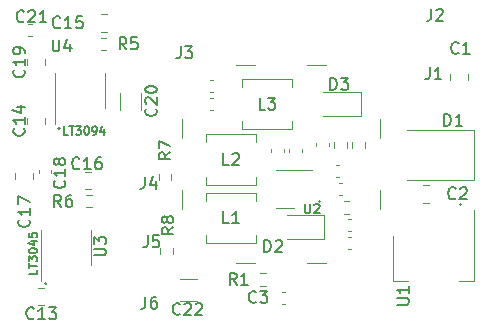
<source format=gbr>
G04 #@! TF.GenerationSoftware,KiCad,Pcbnew,(6.0.9-0)*
G04 #@! TF.CreationDate,2023-07-05T23:25:05+02:00*
G04 #@! TF.ProjectId,dcdc_7909,64636463-5f37-4393-9039-2e6b69636164,2.0*
G04 #@! TF.SameCoordinates,Original*
G04 #@! TF.FileFunction,Legend,Top*
G04 #@! TF.FilePolarity,Positive*
%FSLAX46Y46*%
G04 Gerber Fmt 4.6, Leading zero omitted, Abs format (unit mm)*
G04 Created by KiCad (PCBNEW (6.0.9-0)) date 2023-07-05 23:25:05*
%MOMM*%
%LPD*%
G01*
G04 APERTURE LIST*
%ADD10C,0.146842*%
%ADD11C,0.150000*%
%ADD12C,0.120000*%
G04 APERTURE END LIST*
D10*
X82166221Y-77444600D02*
G75*
G03*
X82166221Y-77444600I-73421J0D01*
G01*
X117294421Y-70739000D02*
G75*
G03*
X117294421Y-70739000I-73421J0D01*
G01*
X83309221Y-64312800D02*
G75*
G03*
X83309221Y-64312800I-73421J0D01*
G01*
X105356421Y-70485000D02*
G75*
G03*
X105356421Y-70485000I-73421J0D01*
G01*
D11*
X83960666Y-64832666D02*
X83627333Y-64832666D01*
X83627333Y-64132666D01*
X84094000Y-64132666D02*
X84494000Y-64132666D01*
X84294000Y-64832666D02*
X84294000Y-64132666D01*
X84660666Y-64132666D02*
X85094000Y-64132666D01*
X84860666Y-64399333D01*
X84960666Y-64399333D01*
X85027333Y-64432666D01*
X85060666Y-64466000D01*
X85094000Y-64532666D01*
X85094000Y-64699333D01*
X85060666Y-64766000D01*
X85027333Y-64799333D01*
X84960666Y-64832666D01*
X84760666Y-64832666D01*
X84694000Y-64799333D01*
X84660666Y-64766000D01*
X85527333Y-64132666D02*
X85594000Y-64132666D01*
X85660666Y-64166000D01*
X85694000Y-64199333D01*
X85727333Y-64266000D01*
X85760666Y-64399333D01*
X85760666Y-64566000D01*
X85727333Y-64699333D01*
X85694000Y-64766000D01*
X85660666Y-64799333D01*
X85594000Y-64832666D01*
X85527333Y-64832666D01*
X85460666Y-64799333D01*
X85427333Y-64766000D01*
X85394000Y-64699333D01*
X85360666Y-64566000D01*
X85360666Y-64399333D01*
X85394000Y-64266000D01*
X85427333Y-64199333D01*
X85460666Y-64166000D01*
X85527333Y-64132666D01*
X86094000Y-64832666D02*
X86227333Y-64832666D01*
X86294000Y-64799333D01*
X86327333Y-64766000D01*
X86394000Y-64666000D01*
X86427333Y-64532666D01*
X86427333Y-64266000D01*
X86394000Y-64199333D01*
X86360666Y-64166000D01*
X86294000Y-64132666D01*
X86160666Y-64132666D01*
X86094000Y-64166000D01*
X86060666Y-64199333D01*
X86027333Y-64266000D01*
X86027333Y-64432666D01*
X86060666Y-64499333D01*
X86094000Y-64532666D01*
X86160666Y-64566000D01*
X86294000Y-64566000D01*
X86360666Y-64532666D01*
X86394000Y-64499333D01*
X86427333Y-64432666D01*
X87027333Y-64366000D02*
X87027333Y-64832666D01*
X86860666Y-64099333D02*
X86694000Y-64599333D01*
X87127333Y-64599333D01*
X81363666Y-76257333D02*
X81363666Y-76590666D01*
X80663666Y-76590666D01*
X80663666Y-76124000D02*
X80663666Y-75724000D01*
X81363666Y-75924000D02*
X80663666Y-75924000D01*
X80663666Y-75557333D02*
X80663666Y-75124000D01*
X80930333Y-75357333D01*
X80930333Y-75257333D01*
X80963666Y-75190666D01*
X80997000Y-75157333D01*
X81063666Y-75124000D01*
X81230333Y-75124000D01*
X81297000Y-75157333D01*
X81330333Y-75190666D01*
X81363666Y-75257333D01*
X81363666Y-75457333D01*
X81330333Y-75524000D01*
X81297000Y-75557333D01*
X80663666Y-74690666D02*
X80663666Y-74624000D01*
X80697000Y-74557333D01*
X80730333Y-74524000D01*
X80797000Y-74490666D01*
X80930333Y-74457333D01*
X81097000Y-74457333D01*
X81230333Y-74490666D01*
X81297000Y-74524000D01*
X81330333Y-74557333D01*
X81363666Y-74624000D01*
X81363666Y-74690666D01*
X81330333Y-74757333D01*
X81297000Y-74790666D01*
X81230333Y-74824000D01*
X81097000Y-74857333D01*
X80930333Y-74857333D01*
X80797000Y-74824000D01*
X80730333Y-74790666D01*
X80697000Y-74757333D01*
X80663666Y-74690666D01*
X80897000Y-73857333D02*
X81363666Y-73857333D01*
X80630333Y-74024000D02*
X81130333Y-74190666D01*
X81130333Y-73757333D01*
X80663666Y-73157333D02*
X80663666Y-73490666D01*
X80997000Y-73524000D01*
X80963666Y-73490666D01*
X80930333Y-73424000D01*
X80930333Y-73257333D01*
X80963666Y-73190666D01*
X80997000Y-73157333D01*
X81063666Y-73124000D01*
X81230333Y-73124000D01*
X81297000Y-73157333D01*
X81330333Y-73190666D01*
X81363666Y-73257333D01*
X81363666Y-73424000D01*
X81330333Y-73490666D01*
X81297000Y-73524000D01*
X93464142Y-79986142D02*
X93416523Y-80033761D01*
X93273666Y-80081380D01*
X93178428Y-80081380D01*
X93035571Y-80033761D01*
X92940333Y-79938523D01*
X92892714Y-79843285D01*
X92845095Y-79652809D01*
X92845095Y-79509952D01*
X92892714Y-79319476D01*
X92940333Y-79224238D01*
X93035571Y-79129000D01*
X93178428Y-79081380D01*
X93273666Y-79081380D01*
X93416523Y-79129000D01*
X93464142Y-79176619D01*
X93845095Y-79176619D02*
X93892714Y-79129000D01*
X93987952Y-79081380D01*
X94226047Y-79081380D01*
X94321285Y-79129000D01*
X94368904Y-79176619D01*
X94416523Y-79271857D01*
X94416523Y-79367095D01*
X94368904Y-79509952D01*
X93797476Y-80081380D01*
X94416523Y-80081380D01*
X94797476Y-79176619D02*
X94845095Y-79129000D01*
X94940333Y-79081380D01*
X95178428Y-79081380D01*
X95273666Y-79129000D01*
X95321285Y-79176619D01*
X95368904Y-79271857D01*
X95368904Y-79367095D01*
X95321285Y-79509952D01*
X94749857Y-80081380D01*
X95368904Y-80081380D01*
X91416142Y-62618857D02*
X91463761Y-62666476D01*
X91511380Y-62809333D01*
X91511380Y-62904571D01*
X91463761Y-63047428D01*
X91368523Y-63142666D01*
X91273285Y-63190285D01*
X91082809Y-63237904D01*
X90939952Y-63237904D01*
X90749476Y-63190285D01*
X90654238Y-63142666D01*
X90559000Y-63047428D01*
X90511380Y-62904571D01*
X90511380Y-62809333D01*
X90559000Y-62666476D01*
X90606619Y-62618857D01*
X90606619Y-62237904D02*
X90559000Y-62190285D01*
X90511380Y-62095047D01*
X90511380Y-61856952D01*
X90559000Y-61761714D01*
X90606619Y-61714095D01*
X90701857Y-61666476D01*
X90797095Y-61666476D01*
X90939952Y-61714095D01*
X91511380Y-62285523D01*
X91511380Y-61666476D01*
X90511380Y-61047428D02*
X90511380Y-60952190D01*
X90559000Y-60856952D01*
X90606619Y-60809333D01*
X90701857Y-60761714D01*
X90892333Y-60714095D01*
X91130428Y-60714095D01*
X91320904Y-60761714D01*
X91416142Y-60809333D01*
X91463761Y-60856952D01*
X91511380Y-60952190D01*
X91511380Y-61047428D01*
X91463761Y-61142666D01*
X91416142Y-61190285D01*
X91320904Y-61237904D01*
X91130428Y-61285523D01*
X90892333Y-61285523D01*
X90701857Y-61237904D01*
X90606619Y-61190285D01*
X90559000Y-61142666D01*
X90511380Y-61047428D01*
X83669142Y-68714857D02*
X83716761Y-68762476D01*
X83764380Y-68905333D01*
X83764380Y-69000571D01*
X83716761Y-69143428D01*
X83621523Y-69238666D01*
X83526285Y-69286285D01*
X83335809Y-69333904D01*
X83192952Y-69333904D01*
X83002476Y-69286285D01*
X82907238Y-69238666D01*
X82812000Y-69143428D01*
X82764380Y-69000571D01*
X82764380Y-68905333D01*
X82812000Y-68762476D01*
X82859619Y-68714857D01*
X83764380Y-67762476D02*
X83764380Y-68333904D01*
X83764380Y-68048190D02*
X82764380Y-68048190D01*
X82907238Y-68143428D01*
X83002476Y-68238666D01*
X83050095Y-68333904D01*
X83192952Y-67191047D02*
X83145333Y-67286285D01*
X83097714Y-67333904D01*
X83002476Y-67381523D01*
X82954857Y-67381523D01*
X82859619Y-67333904D01*
X82812000Y-67286285D01*
X82764380Y-67191047D01*
X82764380Y-67000571D01*
X82812000Y-66905333D01*
X82859619Y-66857714D01*
X82954857Y-66810095D01*
X83002476Y-66810095D01*
X83097714Y-66857714D01*
X83145333Y-66905333D01*
X83192952Y-67000571D01*
X83192952Y-67191047D01*
X83240571Y-67286285D01*
X83288190Y-67333904D01*
X83383428Y-67381523D01*
X83573904Y-67381523D01*
X83669142Y-67333904D01*
X83716761Y-67286285D01*
X83764380Y-67191047D01*
X83764380Y-67000571D01*
X83716761Y-66905333D01*
X83669142Y-66857714D01*
X83573904Y-66810095D01*
X83383428Y-66810095D01*
X83288190Y-66857714D01*
X83240571Y-66905333D01*
X83192952Y-67000571D01*
X80256142Y-55215642D02*
X80208523Y-55263261D01*
X80065666Y-55310880D01*
X79970428Y-55310880D01*
X79827571Y-55263261D01*
X79732333Y-55168023D01*
X79684714Y-55072785D01*
X79637095Y-54882309D01*
X79637095Y-54739452D01*
X79684714Y-54548976D01*
X79732333Y-54453738D01*
X79827571Y-54358500D01*
X79970428Y-54310880D01*
X80065666Y-54310880D01*
X80208523Y-54358500D01*
X80256142Y-54406119D01*
X80637095Y-54406119D02*
X80684714Y-54358500D01*
X80779952Y-54310880D01*
X81018047Y-54310880D01*
X81113285Y-54358500D01*
X81160904Y-54406119D01*
X81208523Y-54501357D01*
X81208523Y-54596595D01*
X81160904Y-54739452D01*
X80589476Y-55310880D01*
X81208523Y-55310880D01*
X82160904Y-55310880D02*
X81589476Y-55310880D01*
X81875190Y-55310880D02*
X81875190Y-54310880D01*
X81779952Y-54453738D01*
X81684714Y-54548976D01*
X81589476Y-54596595D01*
X90497066Y-68413380D02*
X90497066Y-69127666D01*
X90449447Y-69270523D01*
X90354209Y-69365761D01*
X90211352Y-69413380D01*
X90116114Y-69413380D01*
X91401828Y-68746714D02*
X91401828Y-69413380D01*
X91163733Y-68365761D02*
X90925638Y-69080047D01*
X91544685Y-69080047D01*
X90725666Y-73366380D02*
X90725666Y-74080666D01*
X90678047Y-74223523D01*
X90582809Y-74318761D01*
X90439952Y-74366380D01*
X90344714Y-74366380D01*
X91678047Y-73366380D02*
X91201857Y-73366380D01*
X91154238Y-73842571D01*
X91201857Y-73794952D01*
X91297095Y-73747333D01*
X91535190Y-73747333D01*
X91630428Y-73794952D01*
X91678047Y-73842571D01*
X91725666Y-73937809D01*
X91725666Y-74175904D01*
X91678047Y-74271142D01*
X91630428Y-74318761D01*
X91535190Y-74366380D01*
X91297095Y-74366380D01*
X91201857Y-74318761D01*
X91154238Y-74271142D01*
X114601666Y-59142380D02*
X114601666Y-59856666D01*
X114554047Y-59999523D01*
X114458809Y-60094761D01*
X114315952Y-60142380D01*
X114220714Y-60142380D01*
X115601666Y-60142380D02*
X115030238Y-60142380D01*
X115315952Y-60142380D02*
X115315952Y-59142380D01*
X115220714Y-59285238D01*
X115125476Y-59380476D01*
X115030238Y-59428095D01*
X114728666Y-54189380D02*
X114728666Y-54903666D01*
X114681047Y-55046523D01*
X114585809Y-55141761D01*
X114442952Y-55189380D01*
X114347714Y-55189380D01*
X115157238Y-54284619D02*
X115204857Y-54237000D01*
X115300095Y-54189380D01*
X115538190Y-54189380D01*
X115633428Y-54237000D01*
X115681047Y-54284619D01*
X115728666Y-54379857D01*
X115728666Y-54475095D01*
X115681047Y-54617952D01*
X115109619Y-55189380D01*
X115728666Y-55189380D01*
X86193380Y-75056904D02*
X87002904Y-75056904D01*
X87098142Y-75009285D01*
X87145761Y-74961666D01*
X87193380Y-74866428D01*
X87193380Y-74675952D01*
X87145761Y-74580714D01*
X87098142Y-74533095D01*
X87002904Y-74485476D01*
X86193380Y-74485476D01*
X86193380Y-74104523D02*
X86193380Y-73485476D01*
X86574333Y-73818809D01*
X86574333Y-73675952D01*
X86621952Y-73580714D01*
X86669571Y-73533095D01*
X86764809Y-73485476D01*
X87002904Y-73485476D01*
X87098142Y-73533095D01*
X87145761Y-73580714D01*
X87193380Y-73675952D01*
X87193380Y-73961666D01*
X87145761Y-74056904D01*
X87098142Y-74104523D01*
X83399333Y-70937380D02*
X83066000Y-70461190D01*
X82827904Y-70937380D02*
X82827904Y-69937380D01*
X83208857Y-69937380D01*
X83304095Y-69985000D01*
X83351714Y-70032619D01*
X83399333Y-70127857D01*
X83399333Y-70270714D01*
X83351714Y-70365952D01*
X83304095Y-70413571D01*
X83208857Y-70461190D01*
X82827904Y-70461190D01*
X84256476Y-69937380D02*
X84066000Y-69937380D01*
X83970761Y-69985000D01*
X83923142Y-70032619D01*
X83827904Y-70175476D01*
X83780285Y-70365952D01*
X83780285Y-70746904D01*
X83827904Y-70842142D01*
X83875523Y-70889761D01*
X83970761Y-70937380D01*
X84161238Y-70937380D01*
X84256476Y-70889761D01*
X84304095Y-70842142D01*
X84351714Y-70746904D01*
X84351714Y-70508809D01*
X84304095Y-70413571D01*
X84256476Y-70365952D01*
X84161238Y-70318333D01*
X83970761Y-70318333D01*
X83875523Y-70365952D01*
X83827904Y-70413571D01*
X83780285Y-70508809D01*
X88936533Y-57602380D02*
X88603200Y-57126190D01*
X88365104Y-57602380D02*
X88365104Y-56602380D01*
X88746057Y-56602380D01*
X88841295Y-56650000D01*
X88888914Y-56697619D01*
X88936533Y-56792857D01*
X88936533Y-56935714D01*
X88888914Y-57030952D01*
X88841295Y-57078571D01*
X88746057Y-57126190D01*
X88365104Y-57126190D01*
X89841295Y-56602380D02*
X89365104Y-56602380D01*
X89317485Y-57078571D01*
X89365104Y-57030952D01*
X89460342Y-56983333D01*
X89698438Y-56983333D01*
X89793676Y-57030952D01*
X89841295Y-57078571D01*
X89888914Y-57173809D01*
X89888914Y-57411904D01*
X89841295Y-57507142D01*
X89793676Y-57554761D01*
X89698438Y-57602380D01*
X89460342Y-57602380D01*
X89365104Y-57554761D01*
X89317485Y-57507142D01*
X92908380Y-72683666D02*
X92432190Y-73017000D01*
X92908380Y-73255095D02*
X91908380Y-73255095D01*
X91908380Y-72874142D01*
X91956000Y-72778904D01*
X92003619Y-72731285D01*
X92098857Y-72683666D01*
X92241714Y-72683666D01*
X92336952Y-72731285D01*
X92384571Y-72778904D01*
X92432190Y-72874142D01*
X92432190Y-73255095D01*
X92336952Y-72112238D02*
X92289333Y-72207476D01*
X92241714Y-72255095D01*
X92146476Y-72302714D01*
X92098857Y-72302714D01*
X92003619Y-72255095D01*
X91956000Y-72207476D01*
X91908380Y-72112238D01*
X91908380Y-71921761D01*
X91956000Y-71826523D01*
X92003619Y-71778904D01*
X92098857Y-71731285D01*
X92146476Y-71731285D01*
X92241714Y-71778904D01*
X92289333Y-71826523D01*
X92336952Y-71921761D01*
X92336952Y-72112238D01*
X92384571Y-72207476D01*
X92432190Y-72255095D01*
X92527428Y-72302714D01*
X92717904Y-72302714D01*
X92813142Y-72255095D01*
X92860761Y-72207476D01*
X92908380Y-72112238D01*
X92908380Y-71921761D01*
X92860761Y-71826523D01*
X92813142Y-71778904D01*
X92717904Y-71731285D01*
X92527428Y-71731285D01*
X92432190Y-71778904D01*
X92384571Y-71826523D01*
X92336952Y-71921761D01*
X90547866Y-78547980D02*
X90547866Y-79262266D01*
X90500247Y-79405123D01*
X90405009Y-79500361D01*
X90262152Y-79547980D01*
X90166914Y-79547980D01*
X91452628Y-78547980D02*
X91262152Y-78547980D01*
X91166914Y-78595600D01*
X91119295Y-78643219D01*
X91024057Y-78786076D01*
X90976438Y-78976552D01*
X90976438Y-79357504D01*
X91024057Y-79452742D01*
X91071676Y-79500361D01*
X91166914Y-79547980D01*
X91357390Y-79547980D01*
X91452628Y-79500361D01*
X91500247Y-79452742D01*
X91547866Y-79357504D01*
X91547866Y-79119409D01*
X91500247Y-79024171D01*
X91452628Y-78976552D01*
X91357390Y-78928933D01*
X91166914Y-78928933D01*
X91071676Y-78976552D01*
X91024057Y-79024171D01*
X90976438Y-79119409D01*
X82677095Y-56787380D02*
X82677095Y-57596904D01*
X82724714Y-57692142D01*
X82772333Y-57739761D01*
X82867571Y-57787380D01*
X83058047Y-57787380D01*
X83153285Y-57739761D01*
X83200904Y-57692142D01*
X83248523Y-57596904D01*
X83248523Y-56787380D01*
X84153285Y-57120714D02*
X84153285Y-57787380D01*
X83915190Y-56739761D02*
X83677095Y-57454047D01*
X84296142Y-57454047D01*
X81094342Y-80367142D02*
X81046723Y-80414761D01*
X80903866Y-80462380D01*
X80808628Y-80462380D01*
X80665771Y-80414761D01*
X80570533Y-80319523D01*
X80522914Y-80224285D01*
X80475295Y-80033809D01*
X80475295Y-79890952D01*
X80522914Y-79700476D01*
X80570533Y-79605238D01*
X80665771Y-79510000D01*
X80808628Y-79462380D01*
X80903866Y-79462380D01*
X81046723Y-79510000D01*
X81094342Y-79557619D01*
X82046723Y-80462380D02*
X81475295Y-80462380D01*
X81761009Y-80462380D02*
X81761009Y-79462380D01*
X81665771Y-79605238D01*
X81570533Y-79700476D01*
X81475295Y-79748095D01*
X82380057Y-79462380D02*
X82999104Y-79462380D01*
X82665771Y-79843333D01*
X82808628Y-79843333D01*
X82903866Y-79890952D01*
X82951485Y-79938571D01*
X82999104Y-80033809D01*
X82999104Y-80271904D01*
X82951485Y-80367142D01*
X82903866Y-80414761D01*
X82808628Y-80462380D01*
X82522914Y-80462380D01*
X82427676Y-80414761D01*
X82380057Y-80367142D01*
X80240142Y-64291357D02*
X80287761Y-64338976D01*
X80335380Y-64481833D01*
X80335380Y-64577071D01*
X80287761Y-64719928D01*
X80192523Y-64815166D01*
X80097285Y-64862785D01*
X79906809Y-64910404D01*
X79763952Y-64910404D01*
X79573476Y-64862785D01*
X79478238Y-64815166D01*
X79383000Y-64719928D01*
X79335380Y-64577071D01*
X79335380Y-64481833D01*
X79383000Y-64338976D01*
X79430619Y-64291357D01*
X80335380Y-63338976D02*
X80335380Y-63910404D01*
X80335380Y-63624690D02*
X79335380Y-63624690D01*
X79478238Y-63719928D01*
X79573476Y-63815166D01*
X79621095Y-63910404D01*
X79668714Y-62481833D02*
X80335380Y-62481833D01*
X79287761Y-62719928D02*
X80002047Y-62958023D01*
X80002047Y-62338976D01*
X83329542Y-55729142D02*
X83281923Y-55776761D01*
X83139066Y-55824380D01*
X83043828Y-55824380D01*
X82900971Y-55776761D01*
X82805733Y-55681523D01*
X82758114Y-55586285D01*
X82710495Y-55395809D01*
X82710495Y-55252952D01*
X82758114Y-55062476D01*
X82805733Y-54967238D01*
X82900971Y-54872000D01*
X83043828Y-54824380D01*
X83139066Y-54824380D01*
X83281923Y-54872000D01*
X83329542Y-54919619D01*
X84281923Y-55824380D02*
X83710495Y-55824380D01*
X83996209Y-55824380D02*
X83996209Y-54824380D01*
X83900971Y-54967238D01*
X83805733Y-55062476D01*
X83710495Y-55110095D01*
X85186685Y-54824380D02*
X84710495Y-54824380D01*
X84662876Y-55300571D01*
X84710495Y-55252952D01*
X84805733Y-55205333D01*
X85043828Y-55205333D01*
X85139066Y-55252952D01*
X85186685Y-55300571D01*
X85234304Y-55395809D01*
X85234304Y-55633904D01*
X85186685Y-55729142D01*
X85139066Y-55776761D01*
X85043828Y-55824380D01*
X84805733Y-55824380D01*
X84710495Y-55776761D01*
X84662876Y-55729142D01*
X80671942Y-72016857D02*
X80719561Y-72064476D01*
X80767180Y-72207333D01*
X80767180Y-72302571D01*
X80719561Y-72445428D01*
X80624323Y-72540666D01*
X80529085Y-72588285D01*
X80338609Y-72635904D01*
X80195752Y-72635904D01*
X80005276Y-72588285D01*
X79910038Y-72540666D01*
X79814800Y-72445428D01*
X79767180Y-72302571D01*
X79767180Y-72207333D01*
X79814800Y-72064476D01*
X79862419Y-72016857D01*
X80767180Y-71064476D02*
X80767180Y-71635904D01*
X80767180Y-71350190D02*
X79767180Y-71350190D01*
X79910038Y-71445428D01*
X80005276Y-71540666D01*
X80052895Y-71635904D01*
X79767180Y-70731142D02*
X79767180Y-70064476D01*
X80767180Y-70493047D01*
X80240142Y-59347857D02*
X80287761Y-59395476D01*
X80335380Y-59538333D01*
X80335380Y-59633571D01*
X80287761Y-59776428D01*
X80192523Y-59871666D01*
X80097285Y-59919285D01*
X79906809Y-59966904D01*
X79763952Y-59966904D01*
X79573476Y-59919285D01*
X79478238Y-59871666D01*
X79383000Y-59776428D01*
X79335380Y-59633571D01*
X79335380Y-59538333D01*
X79383000Y-59395476D01*
X79430619Y-59347857D01*
X80335380Y-58395476D02*
X80335380Y-58966904D01*
X80335380Y-58681190D02*
X79335380Y-58681190D01*
X79478238Y-58776428D01*
X79573476Y-58871666D01*
X79621095Y-58966904D01*
X80335380Y-57919285D02*
X80335380Y-57728809D01*
X80287761Y-57633571D01*
X80240142Y-57585952D01*
X80097285Y-57490714D01*
X79906809Y-57443095D01*
X79525857Y-57443095D01*
X79430619Y-57490714D01*
X79383000Y-57538333D01*
X79335380Y-57633571D01*
X79335380Y-57824047D01*
X79383000Y-57919285D01*
X79430619Y-57966904D01*
X79525857Y-58014523D01*
X79763952Y-58014523D01*
X79859190Y-57966904D01*
X79906809Y-57919285D01*
X79954428Y-57824047D01*
X79954428Y-57633571D01*
X79906809Y-57538333D01*
X79859190Y-57490714D01*
X79763952Y-57443095D01*
X84955142Y-67667142D02*
X84907523Y-67714761D01*
X84764666Y-67762380D01*
X84669428Y-67762380D01*
X84526571Y-67714761D01*
X84431333Y-67619523D01*
X84383714Y-67524285D01*
X84336095Y-67333809D01*
X84336095Y-67190952D01*
X84383714Y-67000476D01*
X84431333Y-66905238D01*
X84526571Y-66810000D01*
X84669428Y-66762380D01*
X84764666Y-66762380D01*
X84907523Y-66810000D01*
X84955142Y-66857619D01*
X85907523Y-67762380D02*
X85336095Y-67762380D01*
X85621809Y-67762380D02*
X85621809Y-66762380D01*
X85526571Y-66905238D01*
X85431333Y-67000476D01*
X85336095Y-67048095D01*
X86764666Y-66762380D02*
X86574190Y-66762380D01*
X86478952Y-66810000D01*
X86431333Y-66857619D01*
X86336095Y-67000476D01*
X86288476Y-67190952D01*
X86288476Y-67571904D01*
X86336095Y-67667142D01*
X86383714Y-67714761D01*
X86478952Y-67762380D01*
X86669428Y-67762380D01*
X86764666Y-67714761D01*
X86812285Y-67667142D01*
X86859904Y-67571904D01*
X86859904Y-67333809D01*
X86812285Y-67238571D01*
X86764666Y-67190952D01*
X86669428Y-67143333D01*
X86478952Y-67143333D01*
X86383714Y-67190952D01*
X86336095Y-67238571D01*
X86288476Y-67333809D01*
X92654380Y-66333666D02*
X92178190Y-66667000D01*
X92654380Y-66905095D02*
X91654380Y-66905095D01*
X91654380Y-66524142D01*
X91702000Y-66428904D01*
X91749619Y-66381285D01*
X91844857Y-66333666D01*
X91987714Y-66333666D01*
X92082952Y-66381285D01*
X92130571Y-66428904D01*
X92178190Y-66524142D01*
X92178190Y-66905095D01*
X91654380Y-66000333D02*
X91654380Y-65333666D01*
X92654380Y-65762238D01*
X106195904Y-61031380D02*
X106195904Y-60031380D01*
X106434000Y-60031380D01*
X106576857Y-60079000D01*
X106672095Y-60174238D01*
X106719714Y-60269476D01*
X106767333Y-60459952D01*
X106767333Y-60602809D01*
X106719714Y-60793285D01*
X106672095Y-60888523D01*
X106576857Y-60983761D01*
X106434000Y-61031380D01*
X106195904Y-61031380D01*
X107100666Y-60031380D02*
X107719714Y-60031380D01*
X107386380Y-60412333D01*
X107529238Y-60412333D01*
X107624476Y-60459952D01*
X107672095Y-60507571D01*
X107719714Y-60602809D01*
X107719714Y-60840904D01*
X107672095Y-60936142D01*
X107624476Y-60983761D01*
X107529238Y-61031380D01*
X107243523Y-61031380D01*
X107148285Y-60983761D01*
X107100666Y-60936142D01*
X104038476Y-70681904D02*
X104038476Y-71329523D01*
X104076571Y-71405714D01*
X104114666Y-71443809D01*
X104190857Y-71481904D01*
X104343238Y-71481904D01*
X104419428Y-71443809D01*
X104457523Y-71405714D01*
X104495619Y-71329523D01*
X104495619Y-70681904D01*
X104838476Y-70758095D02*
X104876571Y-70720000D01*
X104952761Y-70681904D01*
X105143238Y-70681904D01*
X105219428Y-70720000D01*
X105257523Y-70758095D01*
X105295619Y-70834285D01*
X105295619Y-70910476D01*
X105257523Y-71024761D01*
X104800380Y-71481904D01*
X105295619Y-71481904D01*
X97623333Y-72334380D02*
X97147142Y-72334380D01*
X97147142Y-71334380D01*
X98480476Y-72334380D02*
X97909047Y-72334380D01*
X98194761Y-72334380D02*
X98194761Y-71334380D01*
X98099523Y-71477238D01*
X98004285Y-71572476D01*
X97909047Y-71620095D01*
X97623333Y-67381380D02*
X97147142Y-67381380D01*
X97147142Y-66381380D01*
X97909047Y-66476619D02*
X97956666Y-66429000D01*
X98051904Y-66381380D01*
X98290000Y-66381380D01*
X98385238Y-66429000D01*
X98432857Y-66476619D01*
X98480476Y-66571857D01*
X98480476Y-66667095D01*
X98432857Y-66809952D01*
X97861428Y-67381380D01*
X98480476Y-67381380D01*
X115847904Y-64079380D02*
X115847904Y-63079380D01*
X116086000Y-63079380D01*
X116228857Y-63127000D01*
X116324095Y-63222238D01*
X116371714Y-63317476D01*
X116419333Y-63507952D01*
X116419333Y-63650809D01*
X116371714Y-63841285D01*
X116324095Y-63936523D01*
X116228857Y-64031761D01*
X116086000Y-64079380D01*
X115847904Y-64079380D01*
X117371714Y-64079380D02*
X116800285Y-64079380D01*
X117086000Y-64079380D02*
X117086000Y-63079380D01*
X116990761Y-63222238D01*
X116895523Y-63317476D01*
X116800285Y-63365095D01*
X111847380Y-79226404D02*
X112656904Y-79226404D01*
X112752142Y-79178785D01*
X112799761Y-79131166D01*
X112847380Y-79035928D01*
X112847380Y-78845452D01*
X112799761Y-78750214D01*
X112752142Y-78702595D01*
X112656904Y-78654976D01*
X111847380Y-78654976D01*
X112847380Y-77654976D02*
X112847380Y-78226404D01*
X112847380Y-77940690D02*
X111847380Y-77940690D01*
X111990238Y-78035928D01*
X112085476Y-78131166D01*
X112133095Y-78226404D01*
X100684083Y-62707780D02*
X100207892Y-62707780D01*
X100207892Y-61707780D01*
X100922178Y-61707780D02*
X101541226Y-61707780D01*
X101207892Y-62088733D01*
X101350750Y-62088733D01*
X101445988Y-62136352D01*
X101493607Y-62183971D01*
X101541226Y-62279209D01*
X101541226Y-62517304D01*
X101493607Y-62612542D01*
X101445988Y-62660161D01*
X101350750Y-62707780D01*
X101065035Y-62707780D01*
X100969797Y-62660161D01*
X100922178Y-62612542D01*
X93519666Y-57364380D02*
X93519666Y-58078666D01*
X93472047Y-58221523D01*
X93376809Y-58316761D01*
X93233952Y-58364380D01*
X93138714Y-58364380D01*
X93900619Y-57364380D02*
X94519666Y-57364380D01*
X94186333Y-57745333D01*
X94329190Y-57745333D01*
X94424428Y-57792952D01*
X94472047Y-57840571D01*
X94519666Y-57935809D01*
X94519666Y-58173904D01*
X94472047Y-58269142D01*
X94424428Y-58316761D01*
X94329190Y-58364380D01*
X94043476Y-58364380D01*
X93948238Y-58316761D01*
X93900619Y-58269142D01*
X99909333Y-78970142D02*
X99861714Y-79017761D01*
X99718857Y-79065380D01*
X99623619Y-79065380D01*
X99480761Y-79017761D01*
X99385523Y-78922523D01*
X99337904Y-78827285D01*
X99290285Y-78636809D01*
X99290285Y-78493952D01*
X99337904Y-78303476D01*
X99385523Y-78208238D01*
X99480761Y-78113000D01*
X99623619Y-78065380D01*
X99718857Y-78065380D01*
X99861714Y-78113000D01*
X99909333Y-78160619D01*
X100242666Y-78065380D02*
X100861714Y-78065380D01*
X100528380Y-78446333D01*
X100671238Y-78446333D01*
X100766476Y-78493952D01*
X100814095Y-78541571D01*
X100861714Y-78636809D01*
X100861714Y-78874904D01*
X100814095Y-78970142D01*
X100766476Y-79017761D01*
X100671238Y-79065380D01*
X100385523Y-79065380D01*
X100290285Y-79017761D01*
X100242666Y-78970142D01*
X98258333Y-77541380D02*
X97925000Y-77065190D01*
X97686904Y-77541380D02*
X97686904Y-76541380D01*
X98067857Y-76541380D01*
X98163095Y-76589000D01*
X98210714Y-76636619D01*
X98258333Y-76731857D01*
X98258333Y-76874714D01*
X98210714Y-76969952D01*
X98163095Y-77017571D01*
X98067857Y-77065190D01*
X97686904Y-77065190D01*
X99210714Y-77541380D02*
X98639285Y-77541380D01*
X98925000Y-77541380D02*
X98925000Y-76541380D01*
X98829761Y-76684238D01*
X98734523Y-76779476D01*
X98639285Y-76827095D01*
X100607904Y-74747380D02*
X100607904Y-73747380D01*
X100846000Y-73747380D01*
X100988857Y-73795000D01*
X101084095Y-73890238D01*
X101131714Y-73985476D01*
X101179333Y-74175952D01*
X101179333Y-74318809D01*
X101131714Y-74509285D01*
X101084095Y-74604523D01*
X100988857Y-74699761D01*
X100846000Y-74747380D01*
X100607904Y-74747380D01*
X101560285Y-73842619D02*
X101607904Y-73795000D01*
X101703142Y-73747380D01*
X101941238Y-73747380D01*
X102036476Y-73795000D01*
X102084095Y-73842619D01*
X102131714Y-73937857D01*
X102131714Y-74033095D01*
X102084095Y-74175952D01*
X101512666Y-74747380D01*
X102131714Y-74747380D01*
X116800333Y-70207142D02*
X116752714Y-70254761D01*
X116609857Y-70302380D01*
X116514619Y-70302380D01*
X116371761Y-70254761D01*
X116276523Y-70159523D01*
X116228904Y-70064285D01*
X116181285Y-69873809D01*
X116181285Y-69730952D01*
X116228904Y-69540476D01*
X116276523Y-69445238D01*
X116371761Y-69350000D01*
X116514619Y-69302380D01*
X116609857Y-69302380D01*
X116752714Y-69350000D01*
X116800333Y-69397619D01*
X117181285Y-69397619D02*
X117228904Y-69350000D01*
X117324142Y-69302380D01*
X117562238Y-69302380D01*
X117657476Y-69350000D01*
X117705095Y-69397619D01*
X117752714Y-69492857D01*
X117752714Y-69588095D01*
X117705095Y-69730952D01*
X117133666Y-70302380D01*
X117752714Y-70302380D01*
X117054333Y-57888142D02*
X117006714Y-57935761D01*
X116863857Y-57983380D01*
X116768619Y-57983380D01*
X116625761Y-57935761D01*
X116530523Y-57840523D01*
X116482904Y-57745285D01*
X116435285Y-57554809D01*
X116435285Y-57411952D01*
X116482904Y-57221476D01*
X116530523Y-57126238D01*
X116625761Y-57031000D01*
X116768619Y-56983380D01*
X116863857Y-56983380D01*
X117006714Y-57031000D01*
X117054333Y-57078619D01*
X118006714Y-57983380D02*
X117435285Y-57983380D01*
X117721000Y-57983380D02*
X117721000Y-56983380D01*
X117625761Y-57126238D01*
X117530523Y-57221476D01*
X117435285Y-57269095D01*
D12*
X93473748Y-77068000D02*
X94896252Y-77068000D01*
X93473748Y-78888000D02*
X94896252Y-78888000D01*
X90191000Y-62765252D02*
X90191000Y-61342748D01*
X88371000Y-62765252D02*
X88371000Y-61342748D01*
X82552000Y-68098580D02*
X82552000Y-67817420D01*
X81532000Y-68098580D02*
X81532000Y-67817420D01*
X80912580Y-56511500D02*
X80631420Y-56511500D01*
X80912580Y-55491500D02*
X80631420Y-55491500D01*
X85951000Y-74366000D02*
X85951000Y-75866000D01*
X81731000Y-74366000D02*
X81731000Y-72866000D01*
X85951000Y-74366000D02*
X85951000Y-72866000D01*
X81731000Y-74366000D02*
X81731000Y-77241000D01*
X85522742Y-69906500D02*
X85997258Y-69906500D01*
X85522742Y-70951500D02*
X85997258Y-70951500D01*
X86757742Y-57667000D02*
X87232258Y-57667000D01*
X86757742Y-56622000D02*
X87232258Y-56622000D01*
X91806500Y-74913258D02*
X91806500Y-74438742D01*
X92851500Y-74913258D02*
X92851500Y-74438742D01*
X87136500Y-61081500D02*
X87136500Y-59581500D01*
X87136500Y-61081500D02*
X87136500Y-62581500D01*
X82916500Y-61081500D02*
X82916500Y-59581500D01*
X82916500Y-61081500D02*
X82916500Y-63956500D01*
X81998452Y-77801800D02*
X81475948Y-77801800D01*
X81998452Y-79271800D02*
X81475948Y-79271800D01*
X82015000Y-63909752D02*
X82015000Y-63387248D01*
X80545000Y-63909752D02*
X80545000Y-63387248D01*
X86755248Y-56101500D02*
X87277752Y-56101500D01*
X86755248Y-54631500D02*
X87277752Y-54631500D01*
X79528000Y-68608752D02*
X79528000Y-68086248D01*
X80998000Y-68608752D02*
X80998000Y-68086248D01*
X82015000Y-58443748D02*
X82015000Y-58966252D01*
X80545000Y-58443748D02*
X80545000Y-58966252D01*
X85394248Y-69442000D02*
X85916752Y-69442000D01*
X85394248Y-67972000D02*
X85916752Y-67972000D01*
X91679500Y-68151742D02*
X91679500Y-68626258D01*
X92724500Y-68151742D02*
X92724500Y-68626258D01*
X108766750Y-61230000D02*
X108766750Y-63230000D01*
X108766750Y-61230000D02*
X105566750Y-61230000D01*
X105566750Y-63230000D02*
X108766750Y-63230000D01*
X104624000Y-67859000D02*
X101624000Y-67859000D01*
X103124000Y-71079000D02*
X101624000Y-71079000D01*
X99922000Y-74014000D02*
X99922000Y-73325000D01*
X95658000Y-70439000D02*
X95658000Y-69750000D01*
X95658000Y-73325000D02*
X95658000Y-74014000D01*
X95658000Y-69750000D02*
X99922000Y-69750000D01*
X95658000Y-74014000D02*
X99922000Y-74014000D01*
X99922000Y-69750000D02*
X99922000Y-70439000D01*
X102741000Y-66307580D02*
X102741000Y-66026420D01*
X103761000Y-66307580D02*
X103761000Y-66026420D01*
X99922000Y-69061000D02*
X99922000Y-68372000D01*
X99922000Y-64797000D02*
X99922000Y-65486000D01*
X95658000Y-68372000D02*
X95658000Y-69061000D01*
X95658000Y-65486000D02*
X95658000Y-64797000D01*
X95658000Y-64797000D02*
X99922000Y-64797000D01*
X95658000Y-69061000D02*
X99922000Y-69061000D01*
X118367000Y-68698000D02*
X118367000Y-64398000D01*
X118367000Y-68698000D02*
X112667000Y-68698000D01*
X118367000Y-64398000D02*
X112667000Y-64398000D01*
X102237000Y-66320580D02*
X102237000Y-66039420D01*
X101217000Y-66320580D02*
X101217000Y-66039420D01*
X111511000Y-77199500D02*
X112771000Y-77199500D01*
X111511000Y-73439500D02*
X111511000Y-77199500D01*
X118331000Y-71189500D02*
X118331000Y-77199500D01*
X118331000Y-77199500D02*
X117071000Y-77199500D01*
X107583500Y-65959258D02*
X107583500Y-65484742D01*
X106538500Y-65959258D02*
X106538500Y-65484742D01*
X102982750Y-64387400D02*
X98718750Y-64387400D01*
X102982750Y-60123400D02*
X98718750Y-60123400D01*
X98718750Y-60123400D02*
X98718750Y-60812400D01*
X98718750Y-64387400D02*
X98718750Y-63698400D01*
X102982750Y-63698400D02*
X102982750Y-64387400D01*
X102982750Y-60812400D02*
X102982750Y-60123400D01*
X106679420Y-67435000D02*
X106960580Y-67435000D01*
X106679420Y-68455000D02*
X106960580Y-68455000D01*
X107695420Y-74474800D02*
X107976580Y-74474800D01*
X107695420Y-73454800D02*
X107976580Y-73454800D01*
X98214000Y-58932000D02*
X99814000Y-58932000D01*
X110414000Y-63532000D02*
X110414000Y-65132000D01*
X104214000Y-58932000D02*
X105814000Y-58932000D01*
X104214000Y-75732000D02*
X105814000Y-75732000D01*
X98214000Y-75732000D02*
X99814000Y-75732000D01*
X110414000Y-69532000D02*
X110414000Y-71132000D01*
X93614000Y-63532000D02*
X93614000Y-65132000D01*
X93614000Y-69532000D02*
X93614000Y-71132000D01*
X102081420Y-78116000D02*
X102362580Y-78116000D01*
X102081420Y-79136000D02*
X102362580Y-79136000D01*
X107201580Y-69979000D02*
X106920420Y-69979000D01*
X107201580Y-68959000D02*
X106920420Y-68959000D01*
X106047000Y-65531420D02*
X106047000Y-65812580D01*
X105027000Y-65531420D02*
X105027000Y-65812580D01*
X100282742Y-77611500D02*
X100757258Y-77611500D01*
X100282742Y-76566500D02*
X100757258Y-76566500D01*
X107695420Y-72976200D02*
X107976580Y-72976200D01*
X107695420Y-71956200D02*
X107976580Y-71956200D01*
X105705000Y-71644000D02*
X102505000Y-71644000D01*
X102505000Y-73644000D02*
X105705000Y-73644000D01*
X105705000Y-71644000D02*
X105705000Y-73644000D01*
X96279580Y-61216000D02*
X95998420Y-61216000D01*
X96279580Y-60196000D02*
X95998420Y-60196000D01*
X107331742Y-70470500D02*
X107806258Y-70470500D01*
X107331742Y-71515500D02*
X107806258Y-71515500D01*
X114060248Y-70585000D02*
X114582752Y-70585000D01*
X114060248Y-69115000D02*
X114582752Y-69115000D01*
X109107500Y-65959258D02*
X109107500Y-65484742D01*
X108062500Y-65959258D02*
X108062500Y-65484742D01*
X117829000Y-60205252D02*
X117829000Y-59682748D01*
X116359000Y-60205252D02*
X116359000Y-59682748D01*
X96279580Y-62740000D02*
X95998420Y-62740000D01*
X96279580Y-61720000D02*
X95998420Y-61720000D01*
M02*

</source>
